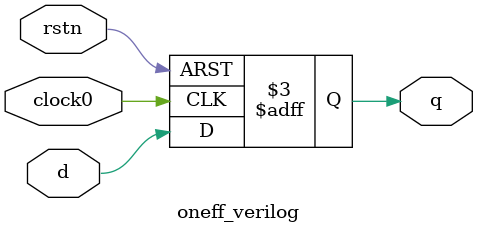
<source format=v>
`timescale 1ns / 1ps

module oneff_verilog  (input d,
              input rstn,
              input clock0,
              output reg q);
 
  always @ (posedge clock0 or negedge rstn) 
      begin
       if (!rstn)
          q <= 0;
       else
          q <= d;
      end    
endmodule
 

</source>
